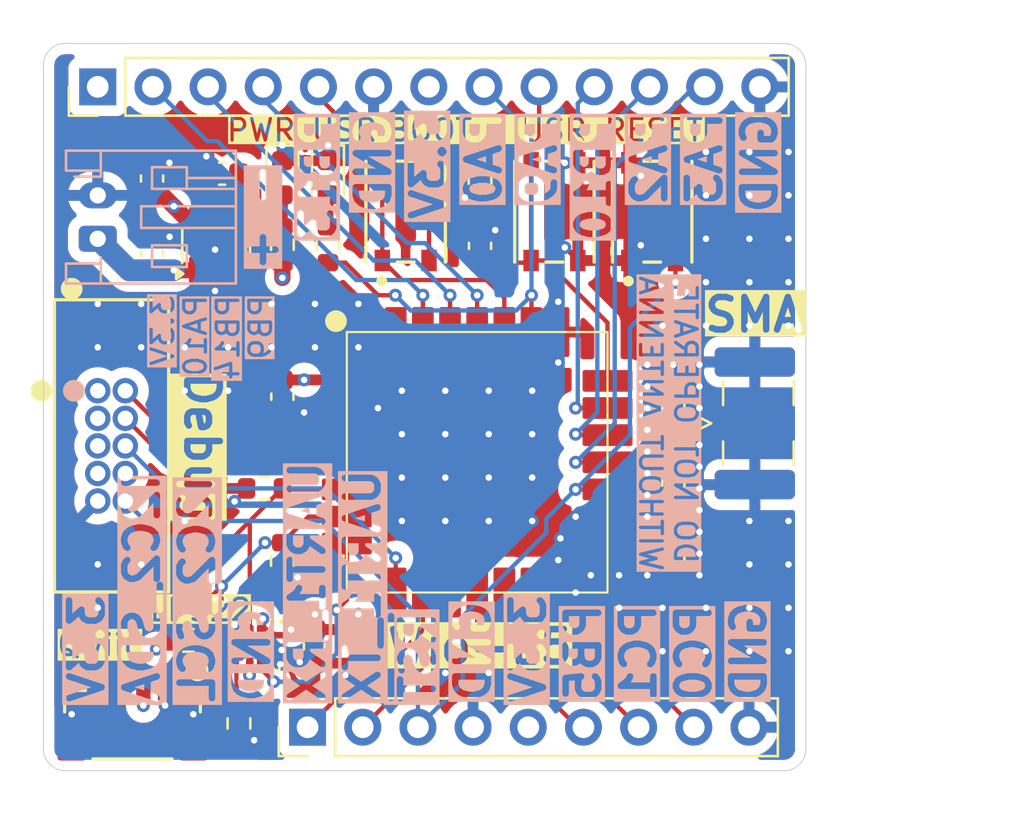
<source format=kicad_pcb>
(kicad_pcb (version 20241229) (generator "pcbnew") (generator_version "9.0")
  (layers (0 "F.Cu" signal) (4 "In1.Cu" signal) (6 "In2.Cu" signal) (2 "B.Cu" signal) (13 "F.Paste" user) (15 "B.Paste" user) (5 "F.SilkS" user "F.Silkscreen") (7 "B.SilkS" user "B.Silkscreen") (1 "F.Mask" user) (3 "B.Mask" user) (25 "Edge.Cuts" user))
  (net 0 "")
  (net 1 "GND")
  (net 2 "+3V3")
  (net 3 "+BATT")
  (net 4 "Net-(U1-BYP)")
  (net 5 "Net-(U3-RFIO)")
  (net 6 "Net-(J5-In)")
  (net 7 "/PA9")
  (net 8 "Net-(D1-A)")
  (net 9 "Net-(D2-A)")
  (net 10 "/~{RST}")
  (net 11 "/UART1_TX")
  (net 12 "/UART1_RX")
  (net 13 "/SWCLK")
  (net 15 "/SWO")
  (net 16 "/SWDIO")
  (net 18 "/PA2")
  (net 19 "/PB9")
  (net 20 "/PC1")
  (net 21 "/PC0")
  (net 22 "/I2C2_SDA")
  (net 23 "/BOOT")
  (net 24 "/PB10")
  (net 25 "/PB14")
  (net 26 "/PB5")
  (net 27 "/PA3")
  (net 28 "/PA10")
  (net 29 "/I2C2_SCL")
  (net 30 "Net-(U2-SA0)")
  (net 31 "Net-(R4-Pad1)")
  (net 32 "/PA0")
  (net 33 "/LPS22_INT")
  (footprint "Inductor_SMD:L_0603_1608Metric" (layer "F.Cu") (at 166.5 143.2125 90)
    (property "Reference" "L1" (hide yes))
    (property "Value" "0")
  )
  (footprint "Resistor_SMD:R_0603_1608Metric" (layer "F.Cu") (at 150.6 132.275 90)
    (property "Reference" "R5" (hide yes))
    (property "Value" "470")
  )
  (footprint "Capacitor_SMD:C_0603_1608Metric" (layer "F.Cu") (at 145.725 129 180)
    (property "Reference" "C5" (hide yes))
    (property "Value" "100n")
  )
  (footprint "Capacitor_SMD:C_0603_1608Metric" (layer "F.Cu") (at 166.5 139.725 90)
    (property "Reference" "C8" (hide yes))
    (property "Value" "DNP")
  )
  (footprint "Connector_Coaxial:SMA_Samtec_SMA-J-P-H-ST-EM1_EdgeMount" (layer "F.Cu") (at 170.5 140.5)
    (property "Reference" "J5" (hide yes))
    (property "Value" "SMA")
  )
  (footprint "3220-10-0100-00_CNC:CONN_3220-10-0100-00_CNC" (layer "F.Cu") (at 140 139 -90)
    (property "Reference" "J3" (hide yes))
    (property "Value" "Cortex")
  )
  (footprint "Capacitor_SMD:C_0603_1608Metric" (layer "F.Cu") (at 152 150.775 -90)
    (property "Reference" "C1" (hide yes))
    (property "Value" "4.7u")
  )
  (footprint "Resistor_SMD:R_0603_1608Metric" (layer "F.Cu") (at 147.675 143.5 180)
    (property "Reference" "R7" (hide yes))
    (property "Value" "4.7k")
  )
  (footprint "Resistor_SMD:R_0603_1608Metric" (layer "F.Cu") (at 157.6 129.225 -90)
    (property "Reference" "R4" (hide yes))
    (property "Value" "470")
  )
  (footprint "Resistor_SMD:R_0603_1608Metric" (layer "F.Cu") (at 148.5 146.825 -90)
    (property "Reference" "R6" (hide yes))
    (property "Value" "4.7k")
  )
  (footprint "Capacitor_SMD:C_0603_1608Metric" (layer "F.Cu") (at 142.5 129.225 90)
    (property "Reference" "C4" (hide yes))
    (property "Value" "4.7u")
  )
  (footprint "Capacitor_SMD:C_0603_1608Metric" (layer "F.Cu") (at 148.5 139.275 -90)
    (property "Reference" "C6" (hide yes))
    (property "Value" "4.7u")
  )
  (footprint "Resistor_SMD:R_0603_1608Metric" (layer "F.Cu") (at 146.5 154.325 -90)
    (property "Reference" "R3" (hide yes))
    (property "Value" "0")
  )
  (footprint "BM04B-SRSS-TB:CONN_JST-BM04B-SRSS-TB" (layer "F.Cu") (at 141.6 154.382201 180)
    (property "Reference" "J6" (hide yes))
    (property "Value" "Conn_01x04_Qwiic" (hide yes))
  )
  (footprint "PTS815_SJM_250_SMTR_LFS:SW_Push_PTS815_SJM_250_SMTR_LFS" (layer "F.Cu") (at 154.174999 130.749999 90)
    (property "Reference" "SW2" (hide yes))
    (property "Value" "PTS815")
  )
  (footprint "PTS815_SJM_250_SMTR_LFS:SW_Push_PTS815_SJM_250_SMTR_LFS" (layer "F.Cu") (at 161.025001 130.749999 -90)
    (property "Reference" "SW3" (hide yes))
    (property "Value" "PTS815")
  )
  (footprint "Connector_PinHeader_2.54mm:PinHeader_1x09_P2.54mm_Vertical" (layer "F.Cu") (at 149.66 154.5 90)
    (property "Reference" "J7" (hide yes))
    (property "Value" "Conn_01x09_Pin" (hide yes))
  )
  (footprint "Capacitor_SMD:C_0603_1608Metric" (layer "F.Cu") (at 157.6 132.325 90)
    (property "Reference" "C9" (hide yes))
    (property "Value" "100n")
  )
  (footprint "LED_SMD:LED_0603_1608Metric" (layer "F.Cu") (at 150.6 129.1875 -90)
    (property "Reference" "D2" (hide yes))
    (property "Value" "LED" (hide yes))
  )
  (footprint "Wio-E5:Wio-E5" (layer "F.Cu") (at 157.4675 142.295)
    (property "Reference" "U3" (hide yes))
    (property "Value" "Wio-E5")
  )
  (footprint "Capacitor_SMD:C_0603_1608Metric" (layer "F.Cu") (at 142.5 132.675 90)
    (property "Reference" "C3" (hide yes))
    (property "Value" "4.7u")
  )
  (footprint "Package_LGA:ST_HLGA-10_2x2mm_P0.5mm_LayoutBorder3x2y" (layer "F.Cu") (at 147.25 150.7625 -90)
    (property "Reference" "U2" (hide yes))
    (property "Value" "LPS22HH")
  )
  (footprint "LED_SMD:LED_0603_1608Metric" (layer "F.Cu") (at 148.5 129.1875 -90)
    (property "Reference" "D1" (hide yes))
    (property "Value" "LED" (hide yes))
  )
  (footprint "Resistor_SMD:R_0603_1608Metric" (layer "F.Cu") (at 144.175 150.5)
    (property "Reference" "R2" (hide yes))
    (property "Value" "DNP")
  )
  (footprint "Capacitor_SMD:C_0603_1608Metric" (layer "F.Cu") (at 150 150.775 -90)
    (property "Reference" "C2" (hide yes))
    (property "Value" "100n")
  )
  (footprint "Connector_PinHeader_2.54mm:PinHeader_1x13_P2.54mm_Vertical" (layer "F.Cu") (at 140 125 90)
    (property "Reference" "J4" (hide yes))
    (property "Value" "Conn_01x13_Pin" (hide yes))
  )
  (footprint "Package_TO_SOT_SMD:SOT-23-5" (layer "F.Cu") (at 145.45 132.3125 90)
    (property "Reference" "U1" (hide yes))
    (property "Value" "MIC5318-3.3YD5")
  )
  (footprint "PTS815_SJM_250_SMTR_LFS:SW_Push_PTS815_SJM_250_SMTR_LFS" (layer "F.Cu") (at 165.525001 130.749999 90)
    (property "Reference" "SW1" (hide yes))
    (property "Value" "PTS815")
  )
  (footprint "Resistor_SMD:R_0603_1608Metric" (layer "F.Cu") (at 148.5 132.275 90)
    (property "Reference" "R1" (hide yes))
    (property "Value" "470")
  )
  (footprint "Capacitor_SMD:C_0603_1608Metric" (layer "F.Cu") (at 166.5 146.775 -90)
    (property "Reference" "C7" (hide yes))
    (property "Value" "DNP")
  )
  (footprint "JST_PH_S2B-PH-K_1x02_P2.00mm_Horizontal_Reverse_Polarity:JST_PH_S2B-PH-K_1x02_P2.00mm_Horizontal" (layer "B.Cu") (at 140 130 -90)
    (property "Reference" "J1" (hide yes))
    (property "Value" "JST PH 2.0")
  )
  (gr_circle (center 138.8 134.3) (end 139.3 134.3) (fill yes) (layer "F.SilkS"))
  (gr_rect (start 162.46 126.275001) (end 163.42 127.634999) (fill yes) (layer "F.SilkS"))
  (gr_rect (start 152.8 126.27) (end 153.5 127.639998) (fill yes) (layer "F.SilkS"))
  (gr_rect (start 157.29 126.27) (end 159.58 127.639998) (fill yes) (layer "F.SilkS"))
  (gr_arc (start 171.6 123) (mid 172.307107 123.292893) (end 172.6 124) (stroke (width 0.05)) (layer "Edge.Cuts"))
  (gr_arc (start 138.5 156.5) (mid 137.792893 156.207107) (end 137.5 155.5) (stroke (width 0.05)) (layer "Edge.Cuts"))
  (gr_line (start 172.6 155.5) (end 172.6 124) (stroke (width 0.05)) (layer "Edge.Cuts"))
  (gr_line (start 138.5 156.5) (end 171.6 156.5) (stroke (width 0.05)) (layer "Edge.Cuts"))
  (gr_line (start 171.6 123) (end 138.5 123) (stroke (width 0.05)) (layer "Edge.Cuts"))
  (gr_arc (start 172.6 155.5) (mid 172.307107 156.207107) (end 171.6 156.5) (stroke (width 0.05)) (layer "Edge.Cuts"))
  (gr_line (start 137.5 124) (end 137.5 155.5) (stroke (width 0.05)) (layer "Edge.Cuts"))
  (gr_arc (start 137.5 124) (mid 137.792893 123.292893) (end 138.5 123) (stroke (width 0.05)) (layer "Edge.Cuts"))
  (gr_text "BOOT" (at 155.3 127 0) (layer "F.SilkS" knockout) (effects (font (size 1 1))))
  (gr_text "Wio-E5" (at 157.6 150.8 0) (layer "F.SilkS" knockout) (effects (font (size 1.5 1.5) (thickness 0.3) (bold yes))))
  (gr_text "RESET" (at 165.6 127 0) (layer "F.SilkS" knockout) (effects (font (size 1 1))))
  (gr_text "SMA" (at 170.2 135.5 0) (layer "F.SilkS" knockout) (effects (font (size 1.5 1.5) (thickness 0.3) (bold yes))))
  (gr_text "Qwiic" (at 140.1 150.7 0) (layer "F.SilkS" knockout) (effects (font (size 1 1))))
  (gr_text "Debug" (at 144.8 141.6 270) (layer "F.SilkS" knockout) (effects (font (size 1.5 1.5) (thickness 0.3) (bold yes))))
  (gr_text "PWR USR" (at 149.4 127 0) (layer "F.SilkS" knockout) (effects (font (size 1 1))))
  (gr_text "USR" (at 161 127 0) (layer "F.SilkS" knockout) (effects (font (size 1 1))))
  (gr_text "LPS22" (at 144.7242 149.1 0) (layer "F.SilkS" knockout) (effects (font (size 1 1))))
  (gr_text "I2C2_SDA" (at 142.04 153.5 90) (layer "B.SilkS" knockout) (effects (font (size 1.5 1.5) (thickness 0.3) (bold yes)) (justify right mirror)))
  (gr_text "PB13" (at 150.16 126 90) (layer "B.SilkS" knockout) (effects (font (size 1.5 1.5) (thickness 0.3) (bold yes)) (justify left mirror)))
  (gr_text "GND" (at 157.28 153.5 90) (layer "B.SilkS" knockout) (effects (font (size 1.5 1.5) (thickness 0.3) (bold yes)) (justify right mirror)))
  (gr_text "~{RST}" (at 154.74 153.5 90) (layer "B.SilkS" knockout) (effects (font (size 1.5 1.5) (thickness 0.3) (bold yes)) (justify right mirror)))
  (gr_text "PA0" (at 157.78 126 90) (layer "B.SilkS" knockout) (effects (font (size 1.5 1.5) (thickness 0.3) (bold yes)) (justify left mirror)))
  (gr_text "PB9" (at 147.5 134.5 90) (layer "B.SilkS" knockout) (effects (font (size 1 1)) (justify left mirror)))
  (gr_text "PB5" (at 162.36 153.5 90) (layer "B.SilkS" knockout) (effects (font (size 1.5 1.5) (thickness 0.3) (bold yes)) (justify right mirror)))
  (gr_text "3.3V" (at 143 134.5 90) (layer "B.SilkS" knockout) (effects (font (size 1 1)) (justify left mirror)))
  (gr_text "PC0" (at 167.44 153.5 90) (layer "B.SilkS" knockout) (effects (font (size 1.5 1.5) (thickness 0.3) (bold yes)) (justify right mirror)))
  (gr_text "3.3V" (at 159.82 153.5 90) (layer "B.SilkS" knockout) (effects (font (size 1.5 1.5) (thickness 0.3) (bold yes)) (justify right mirror)))
  (gr_text "PA9" (at 160.32 126 90) (layer "B.SilkS" knockout) (effects (font (size 1.5 1.5) (thickness 0.3) (bold yes)) (justify left mirror)))
  (gr_text "3.3V" (at 139.5 153.5 90) (layer "B.SilkS" knockout) (effects (font (size 1.5 1.5) (thickness 0.3) (bold yes)) (justify right mirror)))
  (gr_text "I2C2_SCL" (at 144.58 153.5 90) (layer "B.SilkS" knockout) (effects (font (size 1.5 1.5) (thickness 0.3) (bold yes)) (justify right mirror)))
  (gr_text "UART1_TX" (at 152.2 153.5 90) (layer "B.SilkS" knockout) (effects (font (size 1.5 1.5) (thickness 0.3) (bold yes)) (justify right mirror)))
  (gr_text "PB14" (at 146 134.5 90) (layer "B.SilkS" knockout) (effects (font (size 1 1)) (justify left mirror)))
  (gr_text "PA3" (at 167.94 126 90) (layer "B.SilkS" knockout) (effects (font (size 1.5 1.5) (thickness 0.3) (bold yes)) (justify left mirror)))
  (gr_text "GND" (at 147.12 153.5 90) (layer "B.SilkS" knockout) (effects (font (size 1.5 1.5) (thickness 0.3) (bold yes)) (justify right mirror)))
  (gr_text "PC1" (at 164.9 153.5 90) (layer "B.SilkS" knockout) (effects (font (size 1.5 1.5) (thickness 0.3) (bold yes)) (justify right mirror)))
  (gr_text "PA2" (at 165.4 126 90) (layer "B.SilkS" knockout) (effects (font (size 1.5 1.5) (thickness 0.3) (bold yes)) (justify left mirror)))
  (gr_text "GND" (at 170.48 126 90) (layer "B.SilkS" knockout) (effects (font (size 1.5 1.5) (thickness 0.3) (bold yes)) (justify left mirror)))
  (gr_text "GND" (at 169.98 153.5 90) (layer "B.SilkS" knockout) (effects (font (size 1.5 1.5) (thickness 0.3) (bold yes)) (justify right mirror)))
  (gr_text "PB10" (at 162.86 126 90) (layer "B.SilkS" knockout) (effects (font (size 1.5 1.5) (thickness 0.3) (bold yes)) (justify left mirror)))
  (gr_text "DO NOT OPERATE\nWITHOUT ANTENNA" (at 166.25 140.51 270) (layer "B.SilkS" knockout) (effects (font (size 1 1)) (justify mirror)))
  (gr_text "- +" (at 147.5 131 90) (layer "B.SilkS" knockout) (effects (font (size 1.5 1.5) (thickness 0.3) (bold yes)) (justify mirror)))
  (gr_text "UART1_RX" (at 149.66 153.5 90) (layer "B.SilkS" knockout) (effects (font (size 1.5 1.5) (thickness 0.3) (bold yes)) (justify right mirror)))
  (gr_text "GND" (at 152.7 126 90) (layer "B.SilkS" knockout) (effects (font (size 1.5 1.5) (thickness 0.3) (bold yes)) (justify left mirror)))
  (gr_text "3.3V" (at 155.24 126 90) (layer "B.SilkS" knockout) (effects (font (size 1.5 1.5) (thickness 0.3) (bold yes)) (justify left mirror)))
  (gr_text "PA10" (at 144.5 134.5 90) (layer "B.SilkS" knockout) (effects (font (size 1 1)) (justify left mirror)))
  (segment (start 161.2175 146.8175) (end 161.2 146.8) (width 0.5) (layer "F.Cu") (net 1))
  (segment (start 164.450002 128.550002) (end 164.450002 128.499998) (width 0.2) (layer "F.Cu") (net 1))
  (segment (start 149.5 140) (end 149.705 139.795) (width 0.5) (layer "F.Cu") (net 1))
  (segment (start 164.450002 132.849998) (end 164.450002 133) (width 0.2) (layer "F.Cu") (net 1))
  (segment (start 150 151.55) (end 149.35 151.55) (width 0.5) (layer "F.Cu") (net 1))
  (segment (start 143.25 128.45) (end 143.3 128.5) (width 0.75) (layer "F.Cu") (net 1))
  (segment (start 165.3 144.8) (end 164.9 144.8) (width 0.5) (layer "F.Cu") (net 1))
  (segment (start 148.293584 150.7625) (end 148.0125 150.7625) (width 0.2) (layer "F.Cu") (net 1))
  (segment (start 161.2175 136.295) (end 161.2175 134.9175) (width 0.5) (layer "F.Cu") (net 1))
  (segment (start 161.2175 134.9175) (end 161.2 134.9) (width 0.5) (layer "F.Cu") (net 1))
  (segment (start 164.895 144.795) (end 163.4675 144.795) (width 0.5) (layer "F.Cu") (net 1))
  (segment (start 157.6 130.05) (end 156.95 130.05) (width 0.2) (layer "F.Cu") (net 1))
  (segment (start 161.2175 148.295) (end 161.2175 146.8175) (width 0.5) (layer "F.Cu") (net 1))
  (segment (start 145.45 134.35) (end 145.4 134.4) (width 0.75) (layer "F.Cu") (net 1))
  (segment (start 149.705 139.795) (end 151.4675 139.795) (width 0.5) (layer "F.Cu") (net 1))
  (segment (start 146.85 143.55) (end 146.85 143.5) (width 0.2) (layer "F.Cu") (net 1))
  (segment (start 145.45 132.55) (end 145.4 132.5) (width 0.75) (layer "F.Cu") (net 1))
  (segment (start 148.463958 150.940647) (end 148.463958 150.932874) (width 0.2) (layer "F.Cu") (net 1))
  (segment (start 146.4875 149.9875) (end 146.4875 150.2625) (width 0.2) (layer "F.Cu") (net 1))
  (segment (start 164.9 144.8) (end 164.895 144.795) (width 0.5) (layer "F.Cu") (net 1))
  (segment (start 145.45 133.45) (end 145.45 134.35) (width 0.75) (layer "F.Cu") (net 1))
  (segment (start 161.500002 128.499998) (end 162.1 128.499998) (width 0.2) (layer "F.Cu") (net 1))
  (segment (start 161.5 128.5) (end 161.500002 128.499998) (width 0.2) (layer "F.Cu") (net 1))
  (segment (start 143.308853 131.908853) (end 143.3 131.9) (width 1) (layer "F.Cu") (net 1))
  (segment (start 156.95 130.05) (end 156.9 130.1) (width 0.2) (layer "F.Cu") (net 1))
  (segment (start 157.6 131.55) (end 158.25 131.55) (width 0.2) (layer "F.Cu") (net 1))
  (segment (start 151.95 151.55) (end 152 151.55) (width 0.5) (layer "F.Cu") (net 1))
  (segment (start 151.4 152.1) (end 151.95 151.55) (width 0.5) (layer "F.Cu") (net 1))
  (segment (start 144.95 129) (end 144.95 128.25) (width 0.75) (layer "F.Cu") (net 1))
  (segment (start 151.4675 139.795) (end 152.895 139.795) (width 0.5) (layer "F.Cu") (net 1))
  (segment (start 162.1 133) (end 161.5 132.4) (width 0.2) (layer "F.Cu") (net 1))
  (segment (start 147.15 155.15) (end 147.2 155.1) (width 0.5) (layer "F.Cu") (net 1))
  (segment (start 150.6 128.4) (end 150.6 127.7) (width 0.5) (layer "F.Cu") (net 1))
  (segment (start 148.5 147.65) (end 149.15 147.65) (width 0.2) (layer "F.Cu") (net 1))
  (segment (start 161.2175 137.6825) (end 161.2 137.7) (width 0.5) (layer "F.Cu") (net 1))
  (segment (start 146.5 155.15) (end 147.15 155.15) (width 0.5) (layer "F.Cu") (net 1))
  (segment (start 161.2175 136.295) (end 161.2175 137.6825) (width 0.5) (layer "F.Cu") (net 1))
  (segment (start 165 129.1) (end 164.450002 128.550002) (width 0.2) (layer "F.Cu") (net 1))
  (segment (start 148.4 151.6) (end 148.0625 151.2625) (width 0.2) (layer "F.Cu") (net 1))
  (segment (start 148.5 128.4) (end 148.5 127.7) (width 0.5) (layer "F.Cu") (net 1))
  (segment (start 158.25 131.55) (end 158.3 131.6) (width 0.2) (layer "F.Cu") (net 1))
  (segment (start 148.5 140.05) (end 149.45 140.05) (width 0.5) (layer "F.Cu") (net 1))
  (segment (start 143.3 131.9) (end 142.5 131.9) (width 1) (layer "F.Cu") (net 1))
  (segment (start 152.895 139.795) (end 152.9 139.8) (width 0.5) (layer "F.Cu") (net 1))
  (segment (start 149.15 147.65) (end 149.2 147.6) (width 0.2) (layer "F.Cu") (net 1))
  (segment (start 148.463958 150.932874) (end 148.293584 150.7625) (width 0.2) (layer "F.Cu") (net 1))
  (segment (start 161.995 148.295) (end 162 148.3) (width 0.5) (layer "F.Cu") (net 1))
  (segment (start 162.005 144.795) (end 162 144.8) (width 0.5) (layer "F.Cu") (net 1))
  (segment (start 143.1 152.5) (end 143.1 153.5) (width 0.5) (layer "F.Cu") (net 1))
  (segment (start 144.95 128.25) (end 145 128.2) (width 0.75) (layer "F.Cu") (net 1))
  (segment (start 148.0625 151.2625) (end 148.0125 151.2625) (width 0.2) (layer "F.Cu") (net 1))
  (segment (start 146.3 144.1) (end 146.85 143.55) (width 0.2) (layer "F.Cu") (net 1))
  (segment (start 142.5 128.45) (end 143.25 128.45) (width 0.75) (layer "F.Cu") (net 1))
  (segment (start 163.4675 144.795) (end 162.005 144.795) (width 0.5) (layer "F.Cu") (net 1))
  (segment (start 149.45 140.05) (end 149.5 140) (width 0.5) (layer "F.Cu") (net 1))
  (segment (start 146.3 149.8) (end 146.4875 149.9875) (width 0.2) (layer "F.Cu") (net 1))
  (segment (start 138.800001 155.08) (end 138.8 153.9) (width 0.5) (layer "F.Cu") (net 1))
  (segment (start 165 132.3) (end 164.450002 132.849998) (width 0.2) (layer "F.Cu") (net 1))
  (segment (start 145.45 133.45) (end 145.45 132.55) (width 0.75) (layer "F.Cu") (net 1))
  (segment (start 144.399999 155.08) (end 144.4 153.9) (width 0.5) (layer "F.Cu") (net 1))
  (segment (start 161.2175 148.295) (end 161.995 148.295) (width 0.5) (layer "F.Cu") (net 1))
  (segment (start 149.35 151.55) (end 149.3 151.5) (width 0.5) (layer "F.Cu") (net 1))
  (via (at 152 135) (size 0.6) (drill 0.3) (layers "F.Cu" "B.Cu") (net 1))
  (via (at 170 128) (size 0.6) (drill 0.3) (layers "F.Cu" "B.Cu") (net 1))
  (via (at 144 137) (size 0.6) (drill 0.3) (layers "F.Cu" "B.Cu") (net 1))
  (via (at 151.4 152.1) (size 0.6) (drill 0.3) (layers "F.Cu" "B.Cu") (net 1))
  (via (at 168 128) (size 0.6) (drill 0.3) (layers "F.Cu" "B.Cu") (net 1))
  (via (at 165.3 142.8) (size 0.6) (drill 0.3) (layers "F.Cu" "B.Cu") (net 1))
  (via (at 165.3 144.8) (size 0.6) (drill 0.3) (layers "F.Cu" "B.Cu") (net 1))
  (via (at 171.8 151) (size 0.6) (drill 0.3) (layers "F.Cu" "B.Cu") (net 1))
  (via (at 146.3 144.1) (size 0.6) (drill 0.3) (layers "F.Cu" "B.Cu") (net 1))
  (via (at 168 149) (size 0.6) (drill 0.3) (layers "F.Cu" "B.Cu") (net 1))
  (via (at 140 147) (size 0.6) (drill 0.3) (layers "F.Cu" "B.Cu") (net 1))
  (via (at 152.9 139.8) (size 0.6) (drill 0.3) (layers "F.Cu" "B.Cu") (net 1))
  (via (at 142 135) (size 0.6) (drill 0.3) (layers "F.Cu" "B.Cu") (net 1))
  (via (at 167.7 139.8) (size 0.6) (drill 0.3) (layers "F.Cu" "B.Cu") (net 1))
  (via (at 167.7 141.5) (size 0.6) (drill 0.3) (layers "F.Cu" "B.Cu") (net 1))
  (via (at 156 143) (size 0.6) (drill 0.3) (layers "F.Cu" "B.Cu") (net 1))
  (via (at 144 139) (size 0.6) (drill 0.3) (layers "F.Cu" "B.Cu") (net 1))
  (via (at 171.8 145) (size 0.6) (drill 0.3) (layers "F.Cu" "B.Cu") (net 1))
  (via (at 168 134) (size 0.6) (drill 0.3) (layers "F.Cu" "B.Cu") (net 1))
  (via (at 158.3 131.6) (size 0.6) (drill 0.3) (layers "F.Cu" "B.Cu") (net 1))
  (via (at 162.7 147.5) (size 0.6) (drill 0.3) (layers "F.Cu" "B.Cu") (net 1))
  (via (at 145 128.2) (size 0.6) (drill 0.3) (layers "F.Cu" "B.Cu") (net 1))
  (via (at 164 149) (size 0.6) (drill 0.3) (layers "F.Cu" "B.Cu") (net 1))
  (via (at 160 145) (size 0.6) (drill 0.3) (layers "F.Cu" "B.Cu") (net 1))
  (via (at 142 147) (size 0.6) (drill 0.3) (layers "F.Cu" "B.Cu") (net 1))
  (via (at 170 149) (size 0.6) (drill 0.3) (layers "F.Cu" "B.Cu") (net 1))
  (via (at 156 139) (size 0.6) (drill 0.3) (layers "F.Cu" "B.Cu") (net 1))
  (via (at 165.3 141.8) (size 0.6) (drill 0.3) (layers "F.Cu" "B.Cu") (net 1))
  (via (at 171.8 136) (size 0.6) (drill 0.3) (layers "F.Cu" "B.Cu") (net 1))
  (via (at 143.1 153.5) (size 0.6) (drill 0.3) (layers "F.Cu" "B.Cu") (net 1))
  (via (at 138.8 153.9) (size 0.6) (drill 0.3) (layers "F.Cu" "B.Cu") (net 1))
  (via (at 156 145) (size 0.6) (drill 0.3) (layers "F.Cu" "B.Cu") (net 1))
  (via (at 144 145) (size 0.6) (drill 0.3) (layers "F.Cu" "B.Cu") (net 1))
  (via (at 167.7 146.5) (size 0.6) (drill 0.3) (layers "F.Cu" "B.Cu") (net 1))
  (via (at 167.7 147.5) (size 0.6) (drill 0.3) (layers "F.Cu" "B.Cu") (net 1))
  (via (at 165 129.1) (size 0.6) (drill 0.3) (layers "F.Cu" "B.Cu") (net 1))
  (via (at 171.8 132) (size 0.6) (drill 0.3) (layers "F.Cu" "B.Cu") (net 1))
  (via (at 162 148.3) (size 0.6) (drill 0.3) (layers "F.Cu" "B.Cu") (net 1))
  (via (at 145.4 132.5) (size 0.6) (drill 0.3) (layers "F.Cu" "B.Cu") (net 1))
  (via (at 160 143) (size 0.6) (drill 0.3) (layers "F.Cu" "B.Cu") (net 1))
  (via (at 167.7 137.8) (size 0.6) (drill 0.3) (layers "F.Cu" "B.Cu") (net 1))
  (via (at 165 132.3) (size 0.6) (drill 0.3) (layers "F.Cu" "B.Cu") (net 1))
  (via (at 154 145) (size 0.6) (drill 0.3) (layers "F.Cu" "B.Cu") (net 1))
  (via (at 156 141) (size 0.6) (drill 0.3) (layers "F.Cu" "B.Cu") (net 1))
  (via (at 170 147) (size 0.6) (drill 0.3) (layers "F.Cu" "B.Cu") (net 1))
  (via (at 149.3 151.5) (size 0.6) (drill 0.3) (layers "F.Cu" "B.Cu") (net 1))
  (via (at 165.3 139.8) (size 0.6) (drill 0.3) (layers "F.Cu" "B.Cu") (net 1))
  (via (at 168 136) (size 0.6) (drill 0.3) (layers "F.Cu" "B.Cu") (net 1))
  (via (at 161.2 134.9) (size 0.6) (drill 0.3) (layers "F.Cu" "B.Cu") (net 1))
  (via (at 144.4 153.9) (size 0.6) (drill 0.3) (layers "F.Cu" "B.Cu") (net 1))
  (via (at 146.3 149.8) (size 0.6) (drill 0.3) (layers "F.Cu" "B.Cu") (net 1))
  (via (at 145.4 134.4) (size 0.6) (drill 0.3) (layers "F.Cu" "B.Cu") (net 1))
  (via (at 171.8 130) (size 0.6) (drill 0.3) (layers "F.Cu" "B.Cu") (net 1))
  (via (at 158 145) (size 0.6) (drill 0.3) (layers "F.Cu" "B.Cu") (net 1))
  (via (at 158 141) (size 0.6) (drill 0.3) (layers "F.Cu" "B.Cu") (net 1))
  (via (at 166.5 137.8) (size 0.6) (drill 0.3) (layers "F.Cu" "B.Cu") (net 1))
  (via (at 158 152) (size 0.6) (drill 0.3) (layers "F.Cu" "B.Cu") (net 1))
  (via (at 161.2 146.8) (size 0.6) (drill 0.3) (layers "F.Cu" "B.Cu") (net 1))
  (via (at 168 130) (size 0.6) (drill 0.3) (layers "F.Cu" "B.Cu") (net 1))
  (via (at 170 145) (size 0.6) (drill 0.3) (layers "F.Cu" "B.Cu") (net 1))
  (via (at 148.5 127.7) (size 0.6) (drill 0.3) (layers "F.Cu" "B.Cu") (net 1))
  (via (at 171.8 149) (size 0.6) (drill 0.3) (layers "F.Cu" "B.Cu") (net 1))
  (via (at 154 143) (size 0.6) (drill 0.3) (layers "F.Cu" "B.Cu") (net 1))
  (via (at 149.2 147.6) (size 0.6) (drill 0.3) (layers "F.Cu" "B.Cu") (net 1))
  (via (at 168 151) (size 0.6) (drill 0.3) (layers "F.Cu" "B.Cu") (net 1))
  (via (at 162 144.8) (size 0.6) (drill 0.3) (layers "F.Cu" "B.Cu") (net 1))
  (via (at 150 137) (size 0.6) (drill 0.3) (layers "F.Cu" "B.Cu") (net 1))
  (via (at 165.3 143.8) (size 0.6) (drill 0.3) (layers "F.Cu" "B.Cu") (net 1))
  (via (at 148.463958 150.940647) (size 0.6) (drill 0.3) (layers "F.Cu" "B.Cu") (net 1))
  (via (at 165.3 147.5) (size 0.6) (drill 0.3) (layers "F.Cu" "B.Cu") (net 1))
  (via (at 154 139) (size 0.6) (drill 0.3) (layers "F.Cu" "B.Cu") (net 1))
  (via (at 171.8 128) (size 0.6) (drill 0.3) (layers "F.Cu" "B.Cu") (net 1))
  (via (at 149.5 140) (size 0.6) (drill 0.3) (layers "F.Cu" "B.Cu") (net 1))
  (via (at 167.7 144.5) (size 0.6) (drill 0.3) (layers "F.Cu" "B.Cu") (net 1))
  (via (at 146 137) (size 0.6) (drill 0.3) (layers "F.Cu" "B.Cu") (net 1))
  (via (at 150 135) (size 0.6) (drill 0.3) (layers "F.Cu" "B.Cu") (net 1))
  (via (at 165.3 137.8) (size 0.6) (drill 0.3) (layers "F.Cu" "B.Cu") (net 1))
  (via (at 161.5 132.4) (size 0.6) (drill 0.3) (layers "F.Cu" "B.Cu") (net 1))
  (via (at 150.6 127.7) (size 0.6) (drill 0.3) (layers "F.Cu" "B.Cu") (net 1))
  (via (at 147.2 155.1) (size 0.6) (drill 0.3) (layers "F.Cu" "B.Cu") (net 1))
  (via (at 166 151) (size 0.6) (drill 0.3) (layers "F.Cu" "B.Cu") (net 1))
  (via (at 167.7 143.5) (size 0.6) (drill 0.3) (layers "F.Cu" "B.Cu") (net 1))
  (via (at 166 136) (size 0.6) (drill 0.3) (layers "F.Cu" "B.Cu") (net 1))
  (via (at 140 135) (size 0.6) (drill 0.3) (layers "F.Cu" "B.Cu") (net 1))
  (via (at 168 132) (size 0.6) (drill 0.3) (layers "F.Cu" "B.Cu") (net 1))
  (via (at 167.7 138.8) (size 0.6) (drill 0.3) (layers "F.Cu" "B.Cu") (net 1))
  (via (at 143.308853 131.908853) (size 0.6) (drill 0.3) (layers "F.Cu" "B.Cu") (net 1))
  (via (at 167.7 142.5) (size 0.6) (drill 0.3) (layers "F.Cu" "B.Cu") (net 1))
  (via (at 170 151) (size 0.6) (drill 0.3) (layers "F.Cu" "B.Cu") (net 1))
  (via (at 171.8 147) (size 0.6) (drill 0.3) (layers "F.Cu" "B.Cu") (net 1))
  (via (at 170 134) (size 0.6) (drill 0.3) (layers "F.Cu" "B.Cu") (net 1))
  (via (at 154 141) (size 0.6) (drill 0.3) (layers "F.Cu" "B.Cu") (net 1))
  (via (at 160 141) (size 0.6) (drill 0.3) (layers "F.Cu" "B.Cu") (net 1))
  (via (at 158 139) (size 0.6) (drill 0.3) (layers "F.Cu" "B.Cu") (net 1))
  (via (at 164 147.5) (size 0.6) (drill 0.3) (layers "F.Cu" "B.Cu") (net 1))
  (via (at 167.7 145.5) (size 0.6) (drill 0.3) (layers "F.Cu" "B.Cu") (net 1))
  (via (at 165.3 140.8) (size 0.6) (drill 0.3) (layers "F.Cu" "B.Cu") (net 1))
  (via (at 171.8 134) (size 0.6) (drill 0.3) (layers "F.Cu" "B.Cu") (net 1))
  (via (at 148 137) (size 0.6) (drill 0.3) (layers "F.Cu" "B.Cu") (net 1))
  (via (at 165.3 138.8) (size 0.6) (drill 0.3) (layers "F.Cu" "B.Cu") (net 1))
  (via (at 140 149) (size 0.6) (drill 0.3) (layers "F.Cu" "B.Cu") (net 1))
  (via (at 142 137) (size 0.6) (drill 0.3) (layers "F.Cu" "B.Cu") (net 1))
  (via (at 140 137) (size 0.6) (drill 0.3) (layers "F.Cu" "B.Cu") (net 1))
  (via (at 152 137) (size 0.6) (drill 0.3) (layers "F.Cu" "B.Cu") (net 1))
  (via (at 148 135) (size 0.6) (drill 0.3) (layers "F.Cu" "B.Cu") (net 1))
  (via (at 170 132) (size 0.6) (drill 0.3) (layers "F.Cu" "B.Cu") (net 1))
  (via (at 143.3 128.5) (size 0.6) (drill 0.3) (layers "F.Cu" "B.Cu") (net 1))
  (via (at 161.3 145.8) (size 0.6) (drill 0.3) (layers "F.Cu" "B.Cu") (net 1))
  (via (at 146 139) (size 0.6) (drill 0.3) (layers "F.Cu" "B.Cu") (net 1))
  (via (at 166 149) (size 0.6) (drill 0.3) (layers "F.Cu" "B.Cu") (net 1))
  (via (at 170 136) (size 0.6) (drill 0.3) (layers "F.Cu" "B.Cu") (net 1))
  (via (at 156 152) (size 0.6) (drill 0.3) (layers "F.Cu" "B.Cu") (net 1))
  (via (at 160 139) (size 0.6) (drill 0.3) (layers "F.Cu" "B.Cu") (net 1))
  (via (at 156.9 130.1) (size 0.6) (drill 0.3) (layers "F.Cu" "B.Cu") (net 1))
  (via (at 148.4 151.6) (size 0.6) (drill 0.3) (layers "F.Cu" "B.Cu") (net 1))
  (via (at 161.2 137.7) (size 0.6) (drill 0.3) (layers "F.Cu" "B.Cu") (net 1))
  (via (at 161.5 128.5) (size 0.6) (drill 0.3) (layers "F.Cu" "B.Cu") (net 1))
  (via (at 170 130) (size 0.6) (drill 0.3) (layers "F.Cu" "B.Cu") (net 1))
  (via (at 158 143) (size 0.6) (drill 0.3) (layers "F.Cu" "B.Cu") (net 1))
  (segment (start 147.6 149.9) (end 147.7 150) (width 0.3) (layer "F.Cu") (net 2))
  (segment (start 143.5 130.5) (end 144.175 131.175) (width 0.75) (layer "F.Cu") (net 2))
  (segment (start 150 150) (end 152 150) (width 0.5) (layer "F.Cu") (net 2))
  (segment (start 149.5 138.5) (end 151.4225 138.5) (width 0.5) (layer "F.Cu") (net 2))
  (segment (start 147.6 149.5) (end 147.6 149.9) (width 0.3) (layer "F.Cu") (net 2))
  (segment (start 143 130) (end 142.5 130) (width 0.75) (layer "F.Cu") (net 2))
  (segment (start 147 152.094202) (end 147 151.525) (width 0.2) (layer "F.Cu") (net 2))
  (segment (start 147.9625 150.2625) (end 147.7 150) (width 0.3) (layer "F.Cu") (net 2))
  (segment (start 150 150) (end 148.9 150) (width 0.5) (layer "F.Cu") (net 2))
  (segment (start 148.6375 150.2625) (end 148.9 150) (width 0.3) (layer "F.Cu") (net 2))
  (segment (start 143.5 130.5) (end 143 130) (width 0.75) (layer "F.Cu") (net 2))
  (segment (start 142.099999 152.5) (end 142.1 153.5) (width 0.5) (layer "F.Cu") (net 2))
  (segment (start 143.1 150.5) (end 142.7 150.9) (width 0.5) (layer "F.Cu") (net 2))
  (segment (start 148.0125 150.2625) (end 147.9625 150.2625) (width 0.2) (layer "F.Cu") (net 2))
  (segment (start 148.0125 150.2625) (end 148.6375 150.2625) (width 0.3) (layer "F.Cu") (net 2))
  (segment (start 147.5 150) (end 147.7 150) (width 0.3) (layer "F.Cu") (net 2))
  (segment (start 144.175 131.175) (end 144.5 131.175) (width 0.75) (layer "F.Cu") (net 2))
  (segment (start 151.4225 138.5) (end 151.4675 138.545) (width 0.5) (layer "F.Cu") (net 2))
  (segment (start 152 150) (end 152 149.3) (width 0.5) (layer "F.Cu") (net 2))
  (segment (start 146.985504 152.108698) (end 147 152.094202) (width 0.2) (layer "F.Cu") (net 2))
  (segment (start 143.35 150.5) (end 143.1 150.5) (width 0.5) (layer "F.Cu") (net 2))
  (segment (start 148.5 138.5) (end 149.5 138.5) (width 0.5) (layer "F.Cu") (net 2))
  (segment (start 148.5 133.1) (end 148.5 133.8) (width 0.75) (layer "F.Cu") (net 2))
  (segment (start 150 150) (end 150 149.3) (width 0.5) (layer "F.Cu") (net 2))
  (via (at 152 149.3) (size 0.6) (drill 0.3) (layers "F.Cu" "B.Cu") (net 2))
  (via (at 142.7 150.9) (size 0.6) (drill 0.3) (layers "F.Cu" "B.Cu") (net 2))
  (via (at 143.5 130.5) (size 0.6) (drill 0.3) (layers "F.Cu" "B.Cu") (net 2))
  (via (at 149.5 138.5) (size 0.6) (drill 0.3) (layers "F.Cu" "B.Cu") (net 2))
  (via (at 150 149.3) (size 0.6) (drill 0.3) (layers "F.Cu" "B.Cu") (net 2))
  (via (at 148.9 150) (size 0.6) (drill 0.3) (layers "F.Cu" "B.Cu") (net 2))
  (via (at 142.1 153.5) (size 0.6) (drill 0.3) (layers "F.Cu" "B.Cu") (net 2))
  (via (at 146.985504 152.108698) (size 0.6) (drill 0.3) (layers "F.Cu" "B.Cu") (net 2))
  (via (at 148.5 133.8) (size 0.6) (drill 0.3) (layers "F.Cu" "B.Cu") (net 2))
  (via (at 147.6 149.5) (size 0.6) (drill 0.3) (layers "F.Cu" "B.Cu") (net 2))
  (segment (start 144.5 134.8) (end 144.926 135.226) (width 0.5) (layer "F.Cu") (net 3))
  (segment (start 144.5 133.45) (end 144.5 134.8) (width 0.5) (layer "F.Cu") (net 3))
  (segment (start 141.45 133.45) (end 142.5 133.45) (width 1) (layer "F.Cu") (net 3))
  (segment (start 146.4 134.8) (end 146.4 133.45) (width 0.5) (layer "F.Cu") (net 3))
  (segment (start 140 132) (end 141.45 133.45) (width 1) (layer "F.Cu") (net 3))
  (segment (start 145.974 135.226) (end 146.4 134.8) (width 0.5) (layer "F.Cu") (net 3))
  (segment (start 144.926 135.226) (end 145.974 135.226) (width 0.5) (layer "F.Cu") (net 3))
  (segment (start 143.5 133.45) (end 144.449 133.45) (width 0.75) (layer "F.Cu") (net 3))
  (segment (start 142.5 133.45) (end 143.5 133.45) (width 1) (layer "F.Cu") (net 3))
  (via (at 143.5 133.45) (size 0.6) (drill 0.3) (layers "F.Cu" "B.Cu") (net 3))
  (segment (start 140 132) (end 141.45 133.45) (width 1) (layer "B.Cu") (net 3))
  (segment (start 141.45 133.45) (end 143.5 133.45) (width 1) (layer "B.Cu") (net 3))
  (segment (start 146.5 129) (end 146.4 129.1) (width 0.75) (layer "F.Cu") (net 4))
  (segment (start 146.4 129.1) (end 146.4 131.175) (width 0.75) (layer "F.Cu") (net 4))
  (segment (start 163.4675 146.045) (end 166.455 146.045) (width 0.35) (layer "F.Cu") (net 5))
  (segment (start 166.5 146) (end 166.5 144) (width 0.35) (layer "F.Cu") (net 5))
  (segment (start 166.455 146.045) (end 166.5 146) (width 0.35) (layer "F.Cu") (net 5))
  (segment (start 166.5 142.425) (end 166.5 140.5) (width 0.35) (layer "F.Cu") (net 6))
  (segment (start 166.5 140.5) (end 170.5 140.5) (width 0.35) (layer "F.Cu") (net 6))
  (segment (start 159.950002 128.499998) (end 159.950002 127.749998) (width 0.2) (layer "F.Cu") (net 7))
  (segment (start 159.850002 133.1) (end 159.950002 133) (width 0.2) (layer "F.Cu") (net 7))
  (segment (start 159.950002 127.749998) (end 160.32 127.38) (width 0.2) (layer "F.Cu") (net 7))
  (segment (start 163.4675 138.545) (end 163.4675 135.8675) (width 0.2) (layer "F.Cu") (net 7))
  (segment (start 160.6 133) (end 159.950002 133) (width 0.2) (layer "F.Cu") (net 7))
  (segment (start 160.32 127.38) (end 160.32 125) (width 0.2) (layer "F.Cu") (net 7))
  (segment (start 159.950002 128.499998) (end 159.950002 133) (width 0.2) (layer "F.Cu") (net 7))
  (segment (start 163.4675 135.8675) (end 160.6 133) (width 0.2) (layer "F.Cu") (net 7))
  (segment (start 157.6 133.1) (end 159.850002 133.1) (width 0.2) (layer "F.Cu") (net 7))
  (segment (start 148.5 129.975) (end 148.5 131.45) (width 0.5) (layer "F.Cu") (net 8))
  (segment (start 150.6 129.975) (end 150.6 131.45) (width 0.5) (layer "F.Cu") (net 9))
  (segment (start 166.6 128.499998) (end 166.6 133) (width 0.2) (layer "F.Cu") (net 10))
  (segment (start 166.6 134) (end 166.6 133) (width 0.2) (layer "F.Cu") (net 10))
  (segment (start 162 143.545) (end 163.4675 143.545) (width 0.2) (layer "F.Cu") (net 10))
  (via (at 166.6 134) (size 0.6) (drill 0.3) (layers "F.Cu" "B.Cu") (net 10))
  (via (at 162 143.545) (size 0.6) (drill 0.3) (layers "F.Cu" "B.Cu") (net 10))
  (segment (start 154.74 154.5) (end 154.74 149.34) (width 0.2) (layer "B.Cu") (net 10))
  (segment (start 164.5 136.1) (end 166.6 134) (width 0.2) (layer "B.Cu") (net 10))
  (segment (start 160.65 145.55) (end 156.8 149.4) (width 0.2) (layer "B.Cu") (net 10))
  (segment (start 160.65 144.895) (end 160.65 145.55) (width 0.2) (layer "B.Cu") (net 10))
  (segment (start 142.19 145) (end 141.27 144.08) (width 0.2) (layer "B.Cu") (net 10))
  (segment (start 162 143.545) (end 160.65 144.895) (width 0.2) (layer "B.Cu") (net 10))
  (segment (start 156.8 149.4) (end 156.8 152.44) (width 0.2) (layer "B.Cu") (net 10))
  (segment (start 150.4 145) (end 142.19 145) (width 0.2) (layer "B.Cu") (net 10))
  (segment (start 154.74 149.34) (end 150.4 145) (width 0.2) (layer "B.Cu") (net 10))
  (segment (start 164.5 141.045) (end 164.5 136.1) (width 0.2) (layer "B.Cu") (net 10))
  (segment (start 162 143.545) (end 164.5 141.045) (width 0.2) (layer "B.Cu") (net 10))
  (segment (start 156.8 152.44) (end 154.74 154.5) (width 0.2) (layer "B.Cu") (net 10))
  (segment (start 156.2175 150.4825) (end 156.2175 148.295) (width 0.2) (layer "F.Cu") (net 11))
  (segment (start 152.2 154.5) (end 156.2175 150.4825) (width 0.2) (layer "F.Cu") (net 11))
  (segment (start 154.9675 148.295) (end 154.9675 150.0325) (width 0.2) (layer "F.Cu") (net 12))
  (segment (start 154.9675 150.0325) (end 152.2 152.8) (width 0.2) (layer "F.Cu") (net 12))
  (segment (start 151.36 152.8) (end 149.66 154.5) (width 0.2) (layer "F.Cu") (net 12))
  (segment (start 152.2 152.8) (end 151.36 152.8) (width 0.2) (layer "F.Cu") (net 12))
  (segment (start 143.295 142.295) (end 141.27 140.27) (width 0.2) (layer "F.Cu") (net 13))
  (segment (start 151.4675 142.295) (end 143.295 142.295) (width 0.2) (layer "F.Cu") (net 13))
  (segment (start 153.7175 146.7) (end 153.7175 148.295) (width 0.2) (layer "F.Cu") (net 15))
  (via (at 153.7175 146.7) (size 0.6) (drill 0.3) (layers "F.Cu" "B.Cu") (net 15))
  (segment (start 143.23 143.5) (end 141.27 141.54) (width 0.2) (layer "B.Cu") (net 15))
  (segment (start 150.5175 143.5) (end 143.23 143.5) (width 0.2) (layer "B.Cu") (net 15))
  (segment (start 153.7175 146.7) (end 150.5175 143.5) (width 0.2) (layer "B.Cu") (net 15))
  (segment (start 151.4675 141.045) (end 143.315 141.045) (width 0.2) (layer "F.Cu") (net 16))
  (segment (start 143.315 141.045) (end 141.27 139) (width 0.2) (layer "F.Cu") (net 16))
  (segment (start 163.4675 141.045) (end 162.045 141.045) (width 0.2) (layer "F.Cu") (net 18))
  (segment (start 162.045 141.045) (end 162 141) (width 0.2) (layer "F.Cu") (net 18))
  (via (at 162 141) (size 0.6) (drill 0.3) (layers "F.Cu" "B.Cu") (net 18))
  (segment (start 162 141) (end 163 140) (width 0.2) (layer "B.Cu") (net 18))
  (segment (start 163 140) (end 163 127.4) (width 0.2) (layer "B.Cu") (net 18))
  (segment (start 163 127.4) (end 165.4 125) (width 0.2) (layer "B.Cu") (net 18))
  (segment (start 157.4675 134.6) (end 157.4675 136.295) (width 0.2) (layer "F.Cu") (net 19))
  (via (at 157.4675 134.6) (size 0.6) (drill 0.3) (layers "F.Cu" "B.Cu") (net 19))
  (segment (start 147.62 125.569943) (end 147.62 125) (width 0.2) (layer "B.Cu") (net 19))
  (segment (start 157.4675 134.6) (end 155.0675 132.2) (width 0.2) (layer "B.Cu") (net 19))
  (segment (start 155.0675 132.2) (end 154.250057 132.2) (width 0.2) (layer "B.Cu") (net 19))
  (segment (start 154.250057 132.2) (end 147.62 125.569943) (width 0.2) (layer "B.Cu") (net 19))
  (segment (start 164.9 154.5) (end 162.8 152.4) (width 0.2) (layer "F.Cu") (net 20))
  (segment (start 161.2 152.4) (end 158.7175 149.9175) (width 0.2) (layer "F.Cu") (net 20))
  (segment (start 158.7175 149.9175) (end 158.7175 148.295) (width 0.2) (layer "F.Cu") (net 20))
  (segment (start 162.8 152.4) (end 161.2 152.4) (width 0.2) (layer "F.Cu") (net 20))
  (segment (start 167.44 154.5) (end 164.44 151.5) (width 0.2) (layer "F.Cu") (net 21))
  (segment (start 164.44 151.5) (end 161.5 151.5) (width 0.2) (layer "F.Cu") (net 21))
  (segment (start 159.9675 149.9675) (end 159.9675 148.295) (width 0.2) (layer "F.Cu") (net 21))
  (segment (start 161.5 151.5) (end 159.9675 149.9675) (width 0.2) (layer "F.Cu") (net 21))
  (segment (start 148.5 146) (end 147.7 146) (width 0.2) (layer "F.Cu") (net 22))
  (segment (start 145.7 148) (end 144.2 149.5) (width 0.2) (layer "F.Cu") (net 22))
  (segment (start 144.2 149.5) (end 142.8 149.5) (width 0.2) (layer "F.Cu") (net 22))
  (segment (start 149.705 144.795) (end 148.5 146) (width 0.2) (layer "F.Cu") (net 22))
  (segment (start 146.223152 150.7625) (end 146.4875 150.7625) (width 0.2) (layer "F.Cu") (net 22))
  (segment (start 142.8 149.5) (end 141.100001 151.199999) (width 0.2) (layer "F.Cu") (net 22))
  (segment (start 145.7 150.239348) (end 146.223152 150.7625) (width 0.2) (layer "F.Cu") (net 22))
  (segment (start 151.4675 144.795) (end 149.705 144.795) (width 0.2) (layer "F.Cu") (net 22))
  (segment (start 141.100001 151.199999) (end 141.100001 152.5) (width 0.2) (layer "F.Cu") (net 22))
  (segment (start 145.7 148) (end 145.7 150.239348) (width 0.2) (layer "F.Cu") (net 22))
  (via (at 147.7 146) (size 0.6) (drill 0.3) (layers "F.Cu" "B.Cu") (net 22))
  (via (at 145.7 148) (size 0.6) (drill 0.3) (layers "F.Cu" "B.Cu") (net 22))
  (segment (start 145.7 148) (end 147.7 146) (width 0.2) (layer "B.Cu") (net 22))
  (segment (start 158.7175 134.7175) (end 157.9 133.9) (width 0.2) (layer "F.Cu") (net 23))
  (segment (start 153.1 133) (end 153.1 128.499998) (width 0.2) (layer "F.Cu") (net 23))
  (segment (start 153.1 128.499998) (end 153.1 128.4) (width 0.2) (layer "F.Cu") (net 23))
  (segment (start 158.7175 136.295) (end 158.7175 134.7175) (width 0.2) (layer "F.Cu") (net 23))
  (segment (start 157.9 133.9) (end 154 133.9) (width 0.2) (layer "F.Cu") (net 23))
  (segment (start 154 133.9) (end 153.1 133) (width 0.2) (layer "F.Cu") (net 23))
  (segment (start 153.1 128.4) (end 150.16 125.46) (width 0.2) (layer "F.Cu") (net 23))
  (segment (start 150.16 125.46) (end 150.16 125) (width 0.2) (layer "F.Cu") (net 23))
  (segment (start 162.005 139.795) (end 163.4675 139.795) (width 0.2) (layer "F.Cu") (net 24))
  (segment (start 162 139.8) (end 162.005 139.795) (width 0.2) (layer "F.Cu") (net 24))
  (via (at 162 139.8) (size 0.6) (drill 0.3) (layers "F.Cu" "B.Cu") (net 24))
  (segment (start 162.1 125.76) (end 162.86 125) (width 0.2) (layer "B.Cu") (net 24))
  (segment (start 162.1 139.6) (end 162.1 125.76) (width 0.2) (layer "B.Cu") (net 24))
  (segment (start 162 139.8) (end 161.9 139.8) (width 0.2) (layer "B.Cu") (net 24))
  (segment (start 161.9 139.8) (end 162.1 139.6) (width 0.2) (layer "B.Cu") (net 24))
  (segment (start 156.2175 134.6) (end 156.2175 136.295) (width 0.2) (layer "F.Cu") (net 25))
  (via (at 156.2175 134.6) (size 0.6) (drill 0.3) (layers "F.Cu" "B.Cu") (net 25))
  (segment (start 154.6175 133) (end 152.7 133) (width 0.2) (layer "B.Cu") (net 25))
  (segment (start 152.7 133) (end 145.08 125.38) (width 0.2) (layer "B.Cu") (net 25))
  (segment (start 156.2175 134.6) (end 154.6175 133) (width 0.2) (layer "B.Cu") (net 25))
  (segment (start 145.08 125.38) (end 145.08 125) (width 0.2) (layer "B.Cu") (net 25))
  (segment (start 162.1 154.5) (end 157.4675 149.8675) (width 0.2) (layer "F.Cu") (net 26))
  (segment (start 157.4675 149.8675) (end 157.4675 148.295) (width 0.2) (layer "F.Cu") (net 26))
  (segment (start 162.36 154.5) (end 162.1 154.5) (width 0.2) (layer "F.Cu") (net 26))
  (segment (start 163.4675 142.295) (end 162.005 142.295) (width 0.2) (layer "F.Cu") (net 27))
  (segment (start 162.005 142.295) (end 162 142.3) (width 0.2) (layer "F.Cu") (net 27))
  (via (at 162 142.3) (size 0.6) (drill 0.3) (layers "F.Cu" "B.Cu") (net 27))
  (segment (start 163.8 140.5) (end 163.8 128.67) (width 0.2) (layer "B.Cu") (net 27))
  (segment (start 162 142.3) (end 163.8 140.5) (width 0.2) (layer "B.Cu") (net 27))
  (segment (start 163.8 128.67) (end 167.47 125) (width 0.2) (layer "B.Cu") (net 27))
  (segment (start 167.47 125) (end 167.94 125) (width 0.2) (layer "B.Cu") (net 27))
  (segment (start 154.9675 134.6) (end 154.9675 136.295) (width 0.2) (layer "F.Cu") (net 28))
  (via (at 154.9675 134.6) (size 0.6) (drill 0.3) (layers "F.Cu" "B.Cu") (net 28))
  (segment (start 154.2675 133.9) (end 151.9 133.9) (width 0.2) (layer "B.Cu") (net 28))
  (segment (start 151.9 133.9) (end 145.5 127.5) (width 0.2) (layer "B.Cu") (net 28))
  (segment (start 145.04 127.5) (end 142.54 125) (width 0.2) (layer "B.Cu") (net 28))
  (segment (start 145.5 127.5) (end 145.04 127.5) (width 0.2) (layer "B.Cu") (net 28))
  (segment (start 154.9675 134.6) (end 154.2675 133.9) (width 0.2) (layer "B.Cu") (net 28))
  (segment (start 143.3 148.7) (end 142.3 148.7) (width 0.2) (layer "F.Cu") (net 29))
  (segment (start 140.1 150.9) (end 140.1 152.5) (width 0.2) (layer "F.Cu") (net 29))
  (segment (start 147 145) (end 147 150) (width 0.2) (layer "F.Cu") (net 29))
  (segment (start 148.5 143.5) (end 147 145) (width 0.2) (layer "F.Cu") (net 29))
  (segment (start 147 145) (end 143.3 148.7) (width 0.2) (layer "F.Cu") (net 29))
  (segment (start 148.545 143.545) (end 148.5 143.5) (width 0.2) (layer "F.Cu") (net 29))
  (segment (start 151.4675 143.545) (end 148.545 143.545) (width 0.2) (layer "F.Cu") (net 29))
  (segment (start 142.3 148.7) (end 140.1 150.9) (width 0.2) (layer "F.Cu") (net 29))
  (segment (start 146.384504 151.859755) (end 146.384504 152.357641) (width 0.2) (layer "F.Cu") (net 30))
  (segment (start 145 150.5) (end 145.7625 151.2625) (width 0.2) (layer "F.Cu") (net 30))
  (segment (start 146.4 153.4) (end 146.5 153.5) (width 0.2) (layer "F.Cu") (net 30))
  (segment (start 145.7625 151.2625) (end 146.4875 151.2625) (width 0.2) (layer "F.Cu") (net 30))
  (segment (start 146.4 151.844259) (end 146.384504 151.859755) (width 0.2) (layer "F.Cu") (net 30))
  (segment (start 146.4875 151.2625) (end 146.4 151.35) (width 0.2) (layer "F.Cu") (net 30))
  (segment (start 146.384504 152.357641) (end 146.4 152.373137) (width 0.2) (layer "F.Cu") (net 30))
  (segment (start 146.4 152.373137) (end 146.4 153.4) (width 0.2) (layer "F.Cu") (net 30))
  (segment (start 146.4 151.35) (end 146.4 151.844259) (width 0.2) (layer "F.Cu") (net 30))
  (segment (start 155.249998 128.499998) (end 155.349996 128.4) (width 0.2) (layer "F.Cu") (net 31))
  (segment (start 155.249998 133) (end 155.249998 128.499998) (width 0.2) (layer "F.Cu") (net 31))
  (segment (start 155.349996 128.4) (end 157.6 128.4) (width 0.2) (layer "F.Cu") (net 31))
  (segment (start 152.9 134.6) (end 151.4 133.1) (width 0.2) (layer "F.Cu") (net 32))
  (segment (start 153.7 134.6) (end 152.9 134.6) (width 0.2) (layer "F.Cu") (net 32))
  (segment (start 159.9675 134.6) (end 159.9675 136.295) (width 0.2) (layer "F.Cu") (net 32))
  (segment (start 151.4 133.1) (end 150.6 133.1) (width 0.2) (layer "F.Cu") (net 32))
  (via (at 159.9675 134.6) (size 0.6) (drill 0.3) (layers "F.Cu" "B.Cu") (net 32))
  (via (at 153.7 134.6) (size 0.6) (drill 0.3) (layers "F.Cu" "B.Cu") (net 32))
  (segment (start 159.9675 127.1875) (end 157.78 125) (width 0.2) (layer "B.Cu") (net 32))
  (segment (start 159.2665 135.301) (end 154.401 135.301) (width 0.2) (layer "B.Cu") (net 32))
  (segment (start 159.9675 134.6) (end 159.2665 135.301) (width 0.2) (layer "B.Cu") (net 32))
  (segment (start 159.9675 134.6) (end 159.9675 127.1875) (width 0.2) (layer "B.Cu") (net 32))
  (segment (start 154.401 135.301) (end 153.7 134.6) (width 0.2) (layer "B.Cu") (net 32))
  (segment (start 148.1 152.4) (end 147.5 151.8) (width 0.2) (layer "F.Cu") (net 33))
  (segment (start 147.5 151.8) (end 147.5 151.525) (width 0.2) (layer "F.Cu") (net 33))
  (segment (start 151 149.1) (end 151.4675 148.6325) (width 0.2) (layer "F.Cu") (net 33))
  (segment (start 151.4675 148.6325) (end 151.4675 146.045) (width 0.2) (layer "F.Cu") (net 33))
  (via (at 151 149.1) (size 0.6) (drill 0.3) (layers "F.Cu" "B.Cu") (net 33))
  (via (at 148.1 152.4) (size 0.6) (drill 0.3) (layers "F.Cu" "B.Cu") (net 33))
  (segment (start 149.7 152.4) (end 148.1 152.4) (width 0.2) (layer "B.Cu") (net 33))
  (segment (start 151 151.1) (end 149.7 152.4) (width 0.2) (layer "B.Cu") (net 33))
  (segment (start 151 149.1) (end 151 151.1) (width 0.2) (layer "B.Cu") (net 33))
  (zone (net 1) (net_name "GND") (layer "F.Cu") (priority 2) (connect_pads (clearance 0.5)) (min_thickness 0.25) (fill yes (thermal_gap 0.5) (thermal_bridge_width 0.5))
    (polygon (pts (xy 137 122.5) (xy 173.5 122.5) (xy 173.5 157) (xy 137 157)))
  )
  (zone (net 1) (net_name "GND") (layer "B.Cu") (priority 3) (connect_pads (clearance 0.5)) (min_thickness 0.25) (fill yes (thermal_gap 0.5) (thermal_bridge_width 0.5))
    (polygon (pts (xy 135.5 121) (xy 176 121) (xy 176 158.5) (xy 135.5 158.5)))
  )
)
</source>
